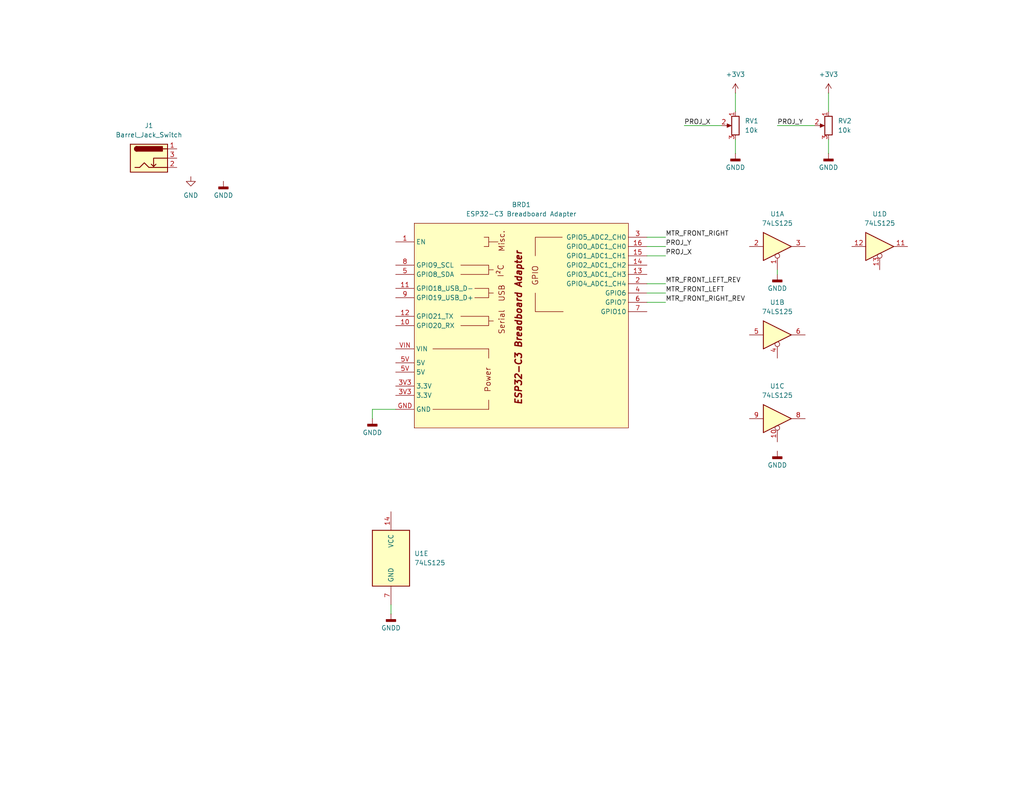
<source format=kicad_sch>
(kicad_sch (version 20231120) (generator "eeschema") (generator_version "8.0")
  (paper "USLetter")
  (title_block (title "RC Model Car") (date "2025-01-01") (rev "2.0.1"))
  (lib_symbols
    (symbol "74xx:74LS125" (pin_names (offset 1.016))
      (property "Reference" "U" (at 0 1.27 0))
      (property "Value" "74LS125" (at 0 -1.27 0))
      (symbol "74LS125_1_0"
        (polyline (pts (xy -3.81 3.81) (xy -3.81 -3.81) (xy 3.81 0) (xy -3.81 3.81)) (stroke (width 0.254)) (fill (type background)))
        (pin input inverted (at 0 -6.35 90) (length 4.445) (name "~") (number "1"))
        (pin input line (at -7.62 0 0) (length 3.81) (name "~") (number "2"))
        (pin tri_state line (at 7.62 0 180) (length 3.81) (name "~") (number "3"))
      )
      (symbol "74LS125_2_0"
        (polyline (pts (xy -3.81 3.81) (xy -3.81 -3.81) (xy 3.81 0) (xy -3.81 3.81)) (stroke (width 0.254)) (fill (type background)))
        (pin input inverted (at 0 -6.35 90) (length 4.445) (name "~") (number "4"))
        (pin input line (at -7.62 0 0) (length 3.81) (name "~") (number "5"))
        (pin tri_state line (at 7.62 0 180) (length 3.81) (name "~") (number "6"))
      )
      (symbol "74LS125_3_0"
        (polyline (pts (xy -3.81 3.81) (xy -3.81 -3.81) (xy 3.81 0) (xy -3.81 3.81)) (stroke (width 0.254)) (fill (type background)))
        (pin input inverted (at 0 -6.35 90) (length 4.445) (name "~") (number "10"))
        (pin tri_state line (at 7.62 0 180) (length 3.81) (name "~") (number "8"))
        (pin input line (at -7.62 0 0) (length 3.81) (name "~") (number "9"))
      )
      (symbol "74LS125_4_0"
        (polyline (pts (xy -3.81 3.81) (xy -3.81 -3.81) (xy 3.81 0) (xy -3.81 3.81)) (stroke (width 0.254)) (fill (type background)))
        (pin tri_state line (at 7.62 0 180) (length 3.81) (name "~") (number "11"))
        (pin input line (at -7.62 0 0) (length 3.81) (name "~") (number "12"))
        (pin input inverted (at 0 -6.35 90) (length 4.445) (name "~") (number "13"))
      )
      (symbol "74LS125_5_0"
        (pin power_in line (at 0 12.7 270) (length 5.08) (name "VCC") (number "14"))
        (pin power_in line (at 0 -12.7 90) (length 5.08) (name "GND") (number "7"))
      )
      (symbol "74LS125_5_1"
        (rectangle (start -5.08 7.62) (end 5.08 -7.62) (stroke (width 0.254)) (fill (type background)))
      )
    )
    (symbol "Alexander Library:ESP32-C3-Breadboard-USB-C" (in_bom no)
      (property "Reference" "BRD" (at 0 -4.572 0))
      (property "Value" "ESP32-C3 Breadboard Adapter" (at 0 -1.524 0))
      (symbol "ESP32-C3-Breadboard-USB-C_0_0"
        (rectangle (start -27.94 -7.62) (end 30.48 -63.5) (fill (type background)))
        (rectangle (start -22.86 -58.42) (end -7.62 -58.42))
        (rectangle (start -22.86 -41.91) (end -7.62 -41.91))
        (rectangle (start -8.89 -13.97) (end -7.62 -13.97))
        (rectangle (start -8.89 -11.43) (end -7.62 -11.43))
        (rectangle (start -7.62 -12.7) (end -5.08 -12.7))
        (rectangle (start -7.62 -11.43) (end -7.62 -13.97))
        (polyline (pts (xy -7.62 -58.42) (xy -7.62 -55.88)))
        (polyline (pts (xy -7.62 -43.18) (xy -7.62 -44.45)))
        (polyline (pts (xy -7.62 -41.91) (xy -7.62 -43.18)))
        (polyline (pts (xy -7.62 -34.29) (xy -6.35 -34.29)))
        (polyline (pts (xy -7.62 -26.67) (xy -6.35 -26.67)))
        (polyline (pts (xy -7.62 -20.32) (xy -6.35 -20.32)))
        (polyline (pts (xy 5.08 -26.67) (xy 5.08 -31.75) (xy 12.7 -31.75)))
        (polyline (pts (xy 5.08 -16.51) (xy 5.08 -11.43) (xy 12.446 -11.43)))
        (polyline (pts (xy -15.24 -33.02) (xy -7.62 -33.02) (xy -7.62 -35.56) (xy -15.24 -35.56)))
        (polyline (pts (xy -15.24 -19.05) (xy -7.62 -19.05) (xy -7.62 -21.59) (xy -15.24 -21.59)))
        (polyline (pts (xy -11.43 -25.4) (xy -7.62 -25.4) (xy -7.62 -27.94) (xy -11.43 -27.94)))
        (text "I²C" (at -4.318 -20.574 900) (effects (font (size 1.524 1.524))))
        (text "Misc." (at -4.064 -12.446 900) (effects (font (size 1.524 1.524))))
        (text "Power" (at -7.874 -50.292 900) (effects (font (size 1.524 1.524))))
        (text "Serial" (at -4.064 -34.544 900) (effects (font (size 1.524 1.524))))
      )
      (symbol "ESP32-C3-Breadboard-USB-C_1_0"
        (text "ESP32-C3 Breadboard Adapter" (at 0.508 -36.068 900) (effects (font (size 1.778 1.778) (bold yes) (italic yes))))
        (text "GPIO" (at 5.08 -21.844 900) (effects (font (size 1.524 1.524))))
        (text "USB" (at -4.064 -26.67 900) (effects (font (size 1.524 1.524))))
      )
      (symbol "ESP32-C3-Breadboard-USB-C_1_1"
        (pin input line (at -33.02 -12.7 0) (length 5.08) (name "EN") (number "1"))
        (pin bidirectional line (at -33.02 -35.56 0) (length 5.08) (name "GPIO20_RX") (number "10"))
        (pin bidirectional line (at -33.02 -25.4 0) (length 5.08) (name "GPIO18_USB_D-") (number "11"))
        (pin bidirectional line (at -33.02 -33.02 0) (length 5.08) (name "GPIO21_TX") (number "12"))
        (pin bidirectional line (at 35.56 -21.59 180) (length 5.08) (name "GPIO3_ADC1_CH3") (number "13"))
        (pin bidirectional line (at 35.56 -19.05 180) (length 5.08) (name "GPIO2_ADC1_CH2") (number "14"))
        (pin bidirectional line (at 35.56 -16.51 180) (length 5.08) (name "GPIO1_ADC1_CH1") (number "15"))
        (pin bidirectional line (at 35.56 -13.97 180) (length 5.08) (name "GPIO0_ADC1_CH0") (number "16"))
        (pin bidirectional line (at 35.56 -24.13 180) (length 5.08) (name "GPIO4_ADC1_CH4") (number "2"))
        (pin bidirectional line (at 35.56 -11.43 180) (length 5.08) (name "GPIO5_ADC2_CH0") (number "3"))
        (pin power_out line (at -33.02 -54.61 0) (length 5.08) (name "3.3V") (number "3V3"))
        (pin power_out line (at -33.02 -52.07 0) (length 5.08) (name "3.3V") (number "3V3"))
        (pin bidirectional line (at 35.56 -26.67 180) (length 5.08) (name "GPIO6") (number "4"))
        (pin bidirectional line (at -33.02 -21.59 0) (length 5.08) (name "GPIO8_SDA") (number "5"))
        (pin power_out line (at -33.02 -48.26 0) (length 5.08) (name "5V") (number "5V"))
        (pin power_out line (at -33.02 -45.72 0) (length 5.08) (name "5V") (number "5V"))
        (pin bidirectional line (at 35.56 -29.21 180) (length 5.08) (name "GPIO7") (number "6"))
        (pin bidirectional line (at 35.56 -31.75 180) (length 5.08) (name "GPIO10") (number "7"))
        (pin bidirectional line (at -33.02 -19.05 0) (length 5.08) (name "GPIO9_SCL") (number "8"))
        (pin bidirectional line (at -33.02 -27.94 0) (length 5.08) (name "GPIO19_USB_D+") (number "9"))
        (pin power_out line (at -33.02 -58.42 0) (length 5.08) (name "GND") (number "GND"))
        (pin power_in line (at -33.02 -41.91 0) (length 5.08) (name "VIN") (number "VIN"))
      )
    )
    (symbol "Connector:Barrel_Jack_Switch" (pin_names hide)
      (property "Reference" "J" (at 0 5.334 0))
      (property "Value" "Barrel_Jack_Switch" (at 0 -5.08 0))
      (symbol "Barrel_Jack_Switch_0_1"
        (rectangle (start -5.08 3.81) (end 5.08 -3.81) (stroke (width 0.254)) (fill (type background)))
        (arc (start -3.302 3.175) (mid -3.9343 2.54) (end -3.302 1.905) (stroke (width 0.254)))
        (arc (start -3.302 3.175) (mid -3.9343 2.54) (end -3.302 1.905) (stroke (width 0.254)) (fill (type outline)))
        (polyline (pts (xy 1.27 -2.286) (xy 1.905 -1.651)) (stroke (width 0.254)))
        (polyline (pts (xy 5.08 2.54) (xy 3.81 2.54)) (stroke (width 0.254)))
        (polyline (pts (xy 5.08 0) (xy 1.27 0) (xy 1.27 -2.286) (xy 0.635 -1.651)) (stroke (width 0.254)))
        (polyline (pts (xy -3.81 -2.54) (xy -2.54 -2.54) (xy -1.27 -1.27) (xy 0 -2.54) (xy 2.54 -2.54) (xy 5.08 -2.54)) (stroke (width 0.254)))
        (rectangle (start 3.683 3.175) (end -3.302 1.905) (stroke (width 0.254)) (fill (type outline)))
      )
      (symbol "Barrel_Jack_Switch_1_1"
        (pin passive line (at 7.62 2.54 180) (length 2.54) (name "~") (number "1"))
        (pin passive line (at 7.62 -2.54 180) (length 2.54) (name "~") (number "2"))
        (pin passive line (at 7.62 0 180) (length 2.54) (name "~") (number "3"))
      )
    )
    (symbol "Device:R_Potentiometer" (pin_names (offset 1.016) hide)
      (property "Reference" "RV" (at -4.445 0 90))
      (property "Value" "R_Potentiometer" (at -2.54 0 90))
      (symbol "R_Potentiometer_0_1"
        (polyline (pts (xy 2.54 0) (xy 1.524 0)))
        (polyline (pts (xy 1.143 0) (xy 2.286 0.508) (xy 2.286 -0.508) (xy 1.143 0)) (fill (type outline)))
        (rectangle (start 1.016 2.54) (end -1.016 -2.54) (stroke (width 0.254)))
      )
      (symbol "R_Potentiometer_1_1"
        (pin passive line (at 0 3.81 270) (length 1.27) (name "1") (number "1"))
        (pin passive line (at 3.81 0 180) (length 1.27) (name "2") (number "2"))
        (pin passive line (at 0 -3.81 90) (length 1.27) (name "3") (number "3"))
      )
    )
    (symbol "power:+3V3" (power) (pin_numbers hide) (pin_names (offset 0) hide)
      (property "Value" "+3V3" (at 0 3.556 0))
      (symbol "+3V3_0_1"
        (polyline (pts (xy -0.762 1.27) (xy 0 2.54)))
        (polyline (pts (xy 0 0) (xy 0 2.54)))
        (polyline (pts (xy 0 2.54) (xy 0.762 1.27)))
      )
      (symbol "+3V3_1_1"
        (pin power_in line (at 0 0 90) (length 0) (name "~") (number "1"))
      )
    )
    (symbol "power:GND" (power) (pin_numbers hide) (pin_names (offset 0) hide)
      (property "Value" "GND" (at 0 -3.81 0))
      (symbol "GND_0_1"
        (polyline (pts (xy 0 0) (xy 0 -1.27) (xy 1.27 -1.27) (xy 0 -2.54) (xy -1.27 -1.27) (xy 0 -1.27)))
      )
      (symbol "GND_1_1"
        (pin power_in line (at 0 0 270) (length 0) (name "~") (number "1"))
      )
    )
    (symbol "power:GNDD" (power) (pin_numbers hide) (pin_names (offset 0) hide)
      (property "Value" "GNDD" (at 0 -3.175 0))
      (symbol "GNDD_0_1"
        (rectangle (start -1.27 -1.524) (end 1.27 -2.032) (stroke (width 0.254)) (fill (type outline)))
        (polyline (pts (xy 0 0) (xy 0 -1.524)))
      )
      (symbol "GNDD_1_1"
        (pin power_in line (at 0 0 270) (length 0) (name "~") (number "1"))
      )
    )
  )
  (wire (pts (xy 200.66 38.1) (xy 200.66 41.91)))
  (wire (pts (xy 226.06 25.4) (xy 226.06 30.48)))
  (wire (pts (xy 176.53 69.85) (xy 181.61 69.85)))
  (wire (pts (xy 212.09 73.66) (xy 212.09 74.93)))
  (wire (pts (xy 176.53 77.47) (xy 181.61 77.47)))
  (wire (pts (xy 212.09 34.29) (xy 222.25 34.29)))
  (wire (pts (xy 106.68 165.1) (xy 106.68 167.64)))
  (wire (pts (xy 176.53 67.31) (xy 181.61 67.31)))
  (wire (pts (xy 176.53 82.55) (xy 181.61 82.55)))
  (wire (pts (xy 226.06 38.1) (xy 226.06 41.91)))
  (wire (pts (xy 200.66 25.4) (xy 200.66 30.48)))
  (wire (pts (xy 186.69 34.29) (xy 196.85 34.29)))
  (wire (pts (xy 176.53 80.01) (xy 181.61 80.01)))
  (wire (pts (xy 107.95 111.76) (xy 101.6 111.76)))
  (wire (pts (xy 176.53 64.77) (xy 181.61 64.77)))
  (wire (pts (xy 101.6 111.76) (xy 101.6 114.3)))
  (label "PROJ_Y" (at 212.09 34.29 0))
  (label "PROJ_X" (at 186.69 34.29 0))
  (label "MTR_FRONT_RIGHT_REV" (at 181.61 82.55 0))
  (label "MTR_FRONT_LEFT_REV" (at 181.61 77.47 0))
  (label "MTR_FRONT_RIGHT" (at 181.61 64.77 0))
  (label "PROJ_X" (at 181.61 69.85 0))
  (label "MTR_FRONT_LEFT" (at 181.61 80.01 0))
  (label "PROJ_Y" (at 181.61 67.31 0))
  (symbol (lib_id "power:GNDD") (at 212.09 74.93 0) (unit 1)
    (property "Reference" "#PWR03" (effects (hide yes)))
    (property "Value" "GNDD" (at 212.09 78.74 0))
    (property "Description" "Power symbol creates a global label with name \"GNDD\" , digital ground" (effects (hide yes)))
  )
  (symbol (lib_id "74xx:74LS125") (at 240.03 67.31 0) (unit 4)
    (property "Reference" "U1" (at 240.03 58.42 0))
    (property "Value" "74LS125" (at 240.03 60.96 0))
    (property "Datasheet" "http://www.ti.com/lit/gpn/sn74LS125" (effects (hide yes)))
    (property "Description" "Quad buffer 3-State outputs" (effects (hide yes)))
  )
  (symbol (lib_id "power:GNDD") (at 226.06 41.91 0) (unit 1)
    (property "Reference" "#PWR07" (effects (hide yes)))
    (property "Value" "GNDD" (at 226.06 45.72 0))
    (property "Description" "Power symbol creates a global label with name \"GNDD\" , digital ground" (effects (hide yes)))
  )
  (symbol (lib_id "power:+3V3") (at 226.06 25.4 0) (unit 1)
    (property "Reference" "#PWR06" (effects (hide yes)))
    (property "Value" "+3V3" (at 226.06 20.32 0))
    (property "Description" "Power symbol creates a global label with name \"+3V3\"" (effects (hide yes)))
  )
  (symbol (lib_id "power:GNDD") (at 101.6 114.3 0) (unit 1)
    (property "Reference" "#PWR09" (effects (hide yes)))
    (property "Value" "GNDD" (at 101.6 118.11 0))
    (property "Description" "Power symbol creates a global label with name \"GNDD\" , digital ground" (effects (hide yes)))
  )
  (symbol (lib_id "Device:R_Potentiometer") (at 226.06 34.29 0) (mirror y) (unit 1)
    (property "Reference" "RV2" (at 228.6 33.0199 0) (effects (justify right)))
    (property "Value" "10k" (at 228.6 35.5599 0) (effects (justify right)))
    (property "Description" "PROJ-Y" (effects (hide yes)))
  )
  (symbol (lib_id "74xx:74LS125") (at 106.68 152.4 0) (unit 5)
    (property "Reference" "U1" (at 113.03 151.1299 0) (effects (justify left)))
    (property "Value" "74LS125" (at 113.03 153.6699 0) (effects (justify left)))
    (property "Datasheet" "http://www.ti.com/lit/gpn/sn74LS125" (effects (hide yes)))
    (property "Description" "Quad buffer 3-State outputs" (effects (hide yes)))
  )
  (symbol (lib_id "power:GNDD") (at 212.09 123.19 0) (unit 1)
    (property "Reference" "#PWR02" (effects (hide yes)))
    (property "Value" "GNDD" (at 212.09 127 0))
    (property "Description" "Power symbol creates a global label with name \"GNDD\" , digital ground" (effects (hide yes)))
  )
  (symbol (lib_id "power:GNDD") (at 60.96 49.53 0) (unit 1)
    (property "Reference" "#PWR010" (effects (hide yes)))
    (property "Value" "GNDD" (at 60.96 53.34 0))
    (property "Description" "Power symbol creates a global label with name \"GNDD\" , digital ground" (effects (hide yes)))
  )
  (symbol (lib_id "power:GNDD") (at 106.68 167.64 0) (unit 1)
    (property "Reference" "#PWR01" (effects (hide yes)))
    (property "Value" "GNDD" (at 106.68 171.45 0))
    (property "Description" "Power symbol creates a global label with name \"GNDD\" , digital ground" (effects (hide yes)))
  )
  (symbol (lib_id "power:GND") (at 52.07 48.26 0) (unit 1)
    (property "Reference" "#PWR08" (effects (hide yes)))
    (property "Value" "GND" (at 52.07 53.34 0))
    (property "Description" "Power symbol creates a global label with name \"GND\" , ground" (effects (hide yes)))
  )
  (symbol (lib_id "power:GNDD") (at 200.66 41.91 0) (unit 1)
    (property "Reference" "#PWR04" (effects (hide yes)))
    (property "Value" "GNDD" (at 200.66 45.72 0))
    (property "Description" "Power symbol creates a global label with name \"GNDD\" , digital ground" (effects (hide yes)))
  )
  (symbol (lib_id "Alexander Library:ESP32-C3-Breadboard-USB-C") (at 140.97 53.34 0) (unit 1) (in_bom no)
    (property "Reference" "BRD1" (at 142.24 55.88 0))
    (property "Value" "ESP32-C3 Breadboard Adapter" (at 142.24 58.42 0))
    (property "Footprint" "Alexander Footprint Library:ESP32-C3_Breadboard-Adapter" (effects (hide yes)))
    (property "Description" "ESP32-C3 Breadboard Power Adapter with USB-C" (effects (hide yes)))
  )
  (symbol (lib_id "Device:R_Potentiometer") (at 200.66 34.29 0) (mirror y) (unit 1)
    (property "Reference" "RV1" (at 203.2 33.0199 0) (effects (justify right)))
    (property "Value" "10k" (at 203.2 35.5599 0) (effects (justify right)))
    (property "Description" "PROJ-X" (effects (hide yes)))
  )
  (symbol (lib_id "74xx:74LS125") (at 212.09 67.31 0) (unit 1)
    (property "Reference" "U1" (at 212.09 58.42 0))
    (property "Value" "74LS125" (at 212.09 60.96 0))
    (property "Datasheet" "http://www.ti.com/lit/gpn/sn74LS125" (effects (hide yes)))
    (property "Description" "Quad buffer 3-State outputs" (effects (hide yes)))
  )
  (symbol (lib_id "Connector:Barrel_Jack_Switch") (at 40.64 43.18 0) (unit 1)
    (property "Reference" "J1" (at 40.64 34.29 0))
    (property "Value" "Barrel_Jack_Switch" (at 40.64 36.83 0))
    (property "Description" "DC Barrel Jack with an internal switch" (effects (hide yes)))
  )
  (symbol (lib_id "power:+3V3") (at 200.66 25.4 0) (unit 1)
    (property "Reference" "#PWR05" (effects (hide yes)))
    (property "Value" "+3V3" (at 200.66 20.32 0))
    (property "Description" "Power symbol creates a global label with name \"+3V3\"" (effects (hide yes)))
  )
  (symbol (lib_id "74xx:74LS125") (at 212.09 114.3 0) (unit 3)
    (property "Reference" "U1" (at 212.09 105.41 0))
    (property "Value" "74LS125" (at 212.09 107.95 0))
    (property "Datasheet" "http://www.ti.com/lit/gpn/sn74LS125" (effects (hide yes)))
    (property "Description" "Quad buffer 3-State outputs" (effects (hide yes)))
  )
  (symbol (lib_id "74xx:74LS125") (at 212.09 91.44 0) (unit 2)
    (property "Reference" "U1" (at 212.09 82.55 0))
    (property "Value" "74LS125" (at 212.09 85.09 0))
    (property "Datasheet" "http://www.ti.com/lit/gpn/sn74LS125" (effects (hide yes)))
    (property "Description" "Quad buffer 3-State outputs" (effects (hide yes)))
  )
)
</source>
